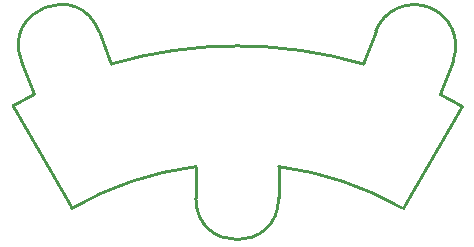
<source format=gbs>
G04*
G04 #@! TF.GenerationSoftware,Altium Limited,Altium Designer,20.1.14 (287)*
G04*
G04 Layer_Color=16711935*
%FSLAX25Y25*%
%MOIN*%
G70*
G04*
G04 #@! TF.SameCoordinates,B62082B7-7803-40E3-A643-20833E8BDE13*
G04*
G04*
G04 #@! TF.FilePolarity,Negative*
G04*
G01*
G75*
%ADD10C,0.01000*%
D10*
X55031Y95518D02*
G03*
X13819Y109367I-55031J-95518D01*
G01*
X74803Y129563D02*
G03*
X67611Y133457I-74803J-129563D01*
G01*
X-67611D02*
G03*
X-74803Y129563I67611J-133457D01*
G01*
X71919Y144668D02*
G03*
X46191Y154544I-12864J4938D01*
G01*
X-46191D02*
G03*
X-71919Y144668I-12864J-4938D01*
G01*
X-13780Y98819D02*
G03*
X13780Y98819I13780J0D01*
G01*
X-13780Y109372D02*
G03*
X-55118Y95467I13780J-109372D01*
G01*
X41999Y143590D02*
G03*
X-41988Y143593I-41999J-143590D01*
G01*
X67631Y133497D02*
X71919Y144668D01*
X42041Y143734D02*
X46191Y154544D01*
X-46191D02*
X-41990Y143602D01*
X-71919Y144668D02*
X-67631Y133497D01*
X13780Y98819D02*
Y109449D01*
X-13780Y98819D02*
Y109372D01*
X55118Y95467D02*
X74803Y129563D01*
X-74803D02*
X-55118Y95467D01*
M02*

</source>
